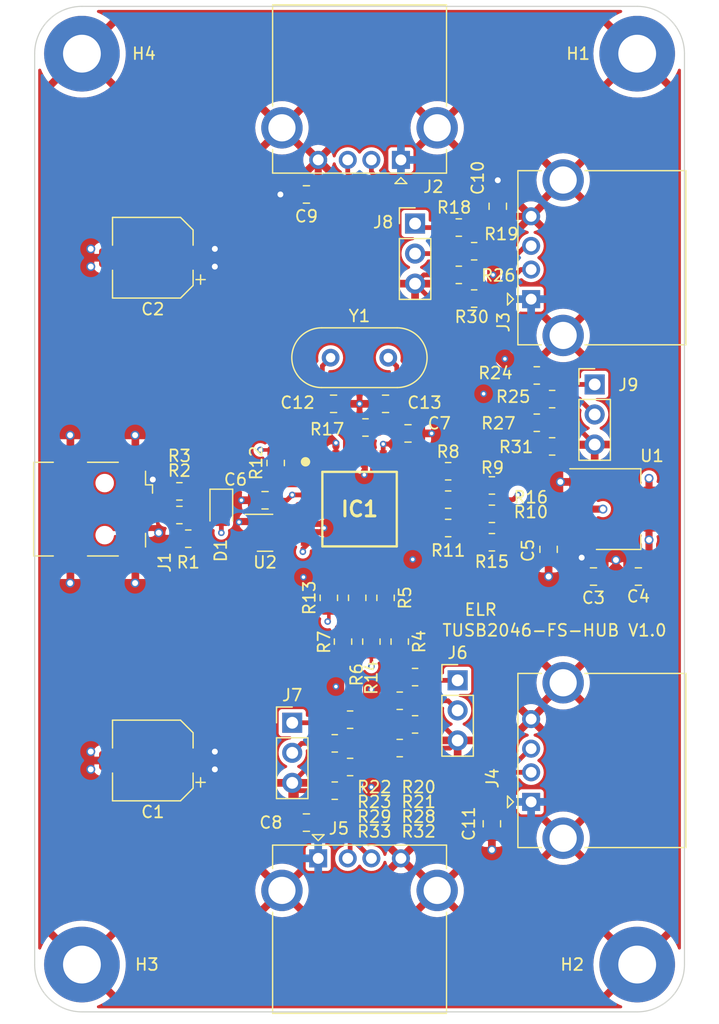
<source format=kicad_pcb>
(kicad_pcb (version 20211014) (generator pcbnew)
  (layers (0 "F.Cu" signal) (1 "In1.Cu" signal) (2 "In2.Cu" signal) (31 "B.Cu" signal) (34 "B.Paste" user) (35 "F.Paste" user) (36 "B.SilkS" user "B.Silkscreen") (37 "F.SilkS" user "F.Silkscreen") (38 "B.Mask" user) (39 "F.Mask" user) (44 "Edge.Cuts" user))
  (net 0 "")
  (net 8 "GND")
  (net 9 "+5V")
  (net 10 "+3V3")
  (net 11 "Net-(D1-Pad1)")
  (net 12 "Net-(J1-Pad3)")
  (net 13 "Net-(J1-Pad2)")
  (net 14 "Net-(J2-Pad3)")
  (net 15 "Net-(J2-Pad2)")
  (net 16 "Net-(J3-Pad3)")
  (net 17 "Net-(J3-Pad2)")
  (net 18 "Net-(J4-Pad3)")
  (net 19 "Net-(R5-Pad2)")
  (net 20 "Net-(J5-Pad3)")
  (net 21 "Net-(J5-Pad2)")
  (net 22 "/XTAL1")
  (net 23 "Net-(C13-Pad1)")
  (net 24 "/DP0_C")
  (net 25 "/DM0_C")
  (net 26 "Net-(IC1-Pad4)")
  (net 27 "/OC_1")
  (net 28 "/DM1_C")
  (net 29 "/DP1_C")
  (net 30 "/OC_2")
  (net 31 "/DM2_C")
  (net 32 "/DP2_C")
  (net 33 "/OC_3")
  (net 34 "/DM3_C")
  (net 35 "/DP3_C")
  (net 36 "/OC_4")
  (net 37 "/DM4_C")
  (net 38 "/DP4_C")
  (net 39 "/XTAL2")
  (net 40 "Net-(J6-Pad1)")
  (net 41 "Net-(J6-Pad2)")
  (net 42 "Net-(J7-Pad1)")
  (net 43 "Net-(J7-Pad2)")
  (net 44 "Net-(J8-Pad1)")
  (net 45 "Net-(J8-Pad2)")
  (net 46 "Net-(J9-Pad1)")
  (net 47 "Net-(J9-Pad2)")
  (footprint "Connector_USB:USB_A_CONNFLY_DS1095-WNR0" (layer "F.Cu") (at 149 122.0225)
    (fp_text reference "J5")
    (fp_text value "USB_A")
  )
  (footprint "Resistor_SMD:R_0805_2012Metric" (layer "F.Cu") (at 167.5 85.2 180)
    (fp_text reference "R27")
    (fp_text value "15k")
  )
  (footprint "Resistor_SMD:R_0805_2012Metric" (layer "F.Cu") (at 160 89.3)
    (fp_text reference "R8")
    (fp_text value "27")
  )
  (footprint "Resistor_SMD:R_0805_2012Metric" (layer "F.Cu") (at 145.4 88.6 90)
    (fp_text reference "R12")
    (fp_text value "1.5k")
  )
  (footprint "MountingHole:MountingHole_3.2mm_M3_Pad" (layer "F.Cu") (at 176 54)
    (fp_text reference "H1")
    (fp_text value "MountingHole_Pad")
  )
  (footprint "Package_TO_SOT_SMD:SOT-23" (layer "F.Cu") (at 144.5 94.5)
    (fp_text reference "U2")
    (fp_text value "LM809" hide)
  )
  (footprint "Resistor_SMD:R_0805_2012Metric" (layer "F.Cu") (at 138 95)
    (fp_text reference "R1")
    (fp_text value "560" hide)
  )
  (footprint "Capacitor_SMD:C_0805_2012Metric" (layer "F.Cu") (at 168.5 95.9 -90)
    (fp_text reference "C5")
    (fp_text value "0.1u")
  )
  (footprint "Capacitor_SMD:C_0805_2012Metric" (layer "F.Cu") (at 172.3 98.2)
    (fp_text reference "C3")
    (fp_text value "0.1u")
  )
  (footprint "MountingHole:MountingHole_3.2mm_M3_Pad" (layer "F.Cu") (at 129 54)
    (fp_text reference "H4")
    (fp_text value "MountingHole_Pad")
  )
  (footprint "Package_TO_SOT_SMD:SOT-223-3_TabPin2" (layer "F.Cu") (at 174.4 92.5)
    (fp_text reference "U1")
    (fp_text value "AMS1117-3.3")
  )
  (footprint "MountingHole:MountingHole_3.2mm_M3_Pad" (layer "F.Cu") (at 129 131)
    (fp_text reference "H3")
    (fp_text value "MountingHole_Pad")
  )
  (footprint "Capacitor_SMD:C_0805_2012Metric" (layer "F.Cu") (at 163.7 119.1 -90)
    (fp_text reference "C11")
    (fp_text value "0.1u")
  )
  (footprint "Crystal:Crystal_HC49-4H_Vertical" (layer "F.Cu") (at 150.05 79.7)
    (fp_text reference "Y1")
    (fp_text value "6MHz")
  )
  (footprint "Resistor_SMD:R_0805_2012Metric" (layer "F.Cu") (at 162.2 74.7)
    (fp_text reference "R30")
    (fp_text value "15k")
  )
  (footprint "Resistor_SMD:R_0805_2012Metric" (layer "F.Cu") (at 163.7 95.3 180)
    (fp_text reference "R15")
    (fp_text value "10k")
  )
  (footprint "Connector_USB:USB_A_CONNFLY_DS1095-WNR0" (layer "F.Cu") (at 167.0225 117.25 90)
    (fp_text reference "J4")
    (fp_text value "USB_A")
  )
  (footprint "MountingHole:MountingHole_3.2mm_M3_Pad" (layer "F.Cu") (at 176 131)
    (fp_text reference "H2")
    (fp_text value "MountingHole_Pad")
  )
  (footprint "Capacitor_SMD:C_0805_2012Metric" (layer "F.Cu") (at 154.7 83.6 180)
    (fp_text reference "C13")
    (fp_text value "27p")
  )
  (footprint "Resistor_SMD:R_0805_2012Metric" (layer "F.Cu") (at 160 94.1)
    (fp_text reference "R11")
    (fp_text value "27")
  )
  (footprint "Resistor_SMD:R_0805_2012Metric" (layer "F.Cu") (at 150.4 116.3)
    (fp_text reference "R33")
    (fp_text value "15k")
  )
  (footprint "Resistor_SMD:R_0805_2012Metric" (layer "F.Cu") (at 137.25 91)
    (fp_text reference "R3")
    (fp_text value "27" hide)
  )
  (footprint "Resistor_SMD:R_0805_2012Metric" (layer "F.Cu") (at 160.9 68.7 180)
    (fp_text reference "R18")
    (fp_text value "50")
  )
  (footprint "Resistor_SMD:R_0805_2012Metric" (layer "F.Cu") (at 137.25 93)
    (fp_text reference "R2")
    (fp_text value "27" hide)
  )
  (footprint "Resistor_SMD:R_0805_2012Metric" (layer "F.Cu") (at 155.9 112.7 180)
    (fp_text reference "R32")
    (fp_text value "15k")
  )
  (footprint "Connector_PinHeader_2.54mm:PinHeader_1x03_P2.54mm_Vertical" (layer "F.Cu") (at 160.8 106.975)
    (fp_text reference "J6")
    (fp_text value "Conn_01x03")
  )
  (footprint "Connector_USB:USB_A_CONNFLY_DS1095-WNR0" (layer "F.Cu") (at 156 62.9775 180)
    (fp_text reference "J2")
    (fp_text value "USB_A")
  )
  (footprint "Resistor_SMD:R_0805_2012Metric" (layer "F.Cu") (at 163.7 92.9)
    (fp_text reference "R10")
    (fp_text value "27")
  )
  (footprint "Connector_PinHeader_2.54mm:PinHeader_1x03_P2.54mm_Vertical" (layer "F.Cu") (at 146.8 110.56)
    (fp_text reference "J7")
    (fp_text value "Conn_01x03")
  )
  (footprint "Capacitor_SMD:CP_Elec_6.3x5.2" (layer "F.Cu") (at 135 71.25 180)
    (fp_text reference "C2")
    (fp_text value "100u")
  )
  (footprint "Resistor_SMD:R_0805_2012Metric" (layer "F.Cu") (at 154.7 100 -90)
    (fp_text reference "R5")
    (fp_text value "27")
  )
  (footprint "Resistor_SMD:R_0805_2012Metric" (layer "F.Cu") (at 163.7 90.5)
    (fp_text reference "R9")
    (fp_text value "27")
  )
  (footprint "LED_SMD:LED_0805_2012Metric" (layer "F.Cu") (at 140.8 92.5 -90)
    (fp_text reference "D1")
    (fp_text value "ORANGE" hide)
  )
  (footprint "Resistor_SMD:R_0805_2012Metric" (layer "F.Cu") (at 162.2 70.7 180)
    (fp_text reference "R19")
    (fp_text value "50")
  )
  (footprint "Capacitor_SMD:C_0805_2012Metric" (layer "F.Cu") (at 148 65.9)
    (fp_text reference "C9")
    (fp_text value "0.1u")
  )
  (footprint "Capacitor_SMD:C_0805_2012Metric" (layer "F.Cu") (at 156.6 86.1)
    (fp_text reference "C7")
    (fp_text value "0.1u")
  )
  (footprint "Resistor_SMD:R_0805_2012Metric" (layer "F.Cu") (at 152.3 100 -90)
    (fp_text reference "R6")
    (fp_text value "27")
  )
  (footprint "Capacitor_SMD:C_0805_2012Metric" (layer "F.Cu") (at 176.1 98.2 180)
    (fp_text reference "C4")
    (fp_text value "1u")
  )
  (footprint "Capacitor_SMD:C_0805_2012Metric" (layer "F.Cu") (at 150.3 83.6)
    (fp_text reference "C12")
    (fp_text value "27p")
  )
  (footprint "Resistor_SMD:R_0805_2012Metric" (layer "F.Cu") (at 160 91.7 180)
    (fp_text reference "R16")
    (fp_text value "10k")
  )
  (footprint "Resistor_SMD:R_0805_2012Metric" (layer "F.Cu") (at 157.2 110.7 180)
    (fp_text reference "R28")
    (fp_text value "15k")
  )
  (footprint "Capacitor_SMD:C_0805_2012Metric" (layer "F.Cu") (at 144.5 91.75 180)
    (fp_text reference "C6")
    (fp_text value "0.1u" hide)
  )
  (footprint "Capacitor_SMD:C_0805_2012Metric" (layer "F.Cu") (at 148 119 180)
    (fp_text reference "C8")
    (fp_text value "0.1u")
  )
  (footprint "SamacSys_Parts:QFP80P900X900X160-32N" (layer "F.Cu") (at 152.5 92.5)
    (fp_text reference "IC1")
    (fp_text value "TUSB2046BVFR" hide)
  )
  (footprint "Connector_USB:USB_Mini-B_Wuerth_65100516121_Horizontal" (layer "F.Cu") (at 130.925 92.5 -90)
    (fp_text reference "J1")
    (fp_text value "USB_B_Mini")
  )
  (footprint "Resistor_SMD:R_0805_2012Metric" (layer "F.Cu") (at 168.8 87.2 180)
    (fp_text reference "R31")
    (fp_text value "15k")
  )
  (footprint "Connector_USB:USB_A_CONNFLY_DS1095-WNR0" (layer "F.Cu") (at 167.0225 74.75 90)
    (fp_text reference "J3")
    (fp_text value "USB_A")
  )
  (footprint "Connector_PinHeader_2.54mm:PinHeader_1x03_P2.54mm_Vertical" (layer "F.Cu") (at 172.4 81.96)
    (fp_text reference "J9")
    (fp_text value "Conn_01x03")
  )
  (footprint "Resistor_SMD:R_0805_2012Metric" (layer "F.Cu") (at 168.8 83.2)
    (fp_text reference "R25")
    (fp_text value "50")
  )
  (footprint "Resistor_SMD:R_0805_2012Metric" (layer "F.Cu") (at 151.1 103.7 -90)
    (fp_text reference "R7")
    (fp_text value "27")
  )
  (footprint "Resistor_SMD:R_0805_2012Metric" (layer "F.Cu") (at 153.5 103.7 90)
    (fp_text reference "R14")
    (fp_text value "10k")
  )
  (footprint "Resistor_SMD:R_0805_2012Metric" (layer "F.Cu") (at 151.7 114.3)
    (fp_text reference "R29")
    (fp_text value "15k")
  )
  (footprint "Resistor_SMD:R_0805_2012Metric" (layer "F.Cu") (at 151.7 110.3)
    (fp_text reference "R22")
    (fp_text value "50")
  )
  (footprint "Resistor_SMD:R_0805_2012Metric" (layer "F.Cu") (at 160.9 72.7)
    (fp_text reference "R26")
    (fp_text value "15k")
  )
  (footprint "Capacitor_SMD:CP_Elec_6.3x5.2" (layer "F.Cu") (at 135 113.75 180)
    (fp_text reference "C1")
    (fp_text value "100u")
  )
  (footprint "Capacitor_SMD:C_0805_2012Metric" (layer "F.Cu") (at 164.2 66.9 -90)
    (fp_text reference "C10")
    (fp_text value "0.1u")
  )
  (footprint "Resistor_SMD:R_0805_2012Metric" (layer "F.Cu") (at 155.9 103.7 -90)
    (fp_text reference "R4")
    (fp_text value "27")
  )
  (footprint "Connector_PinHeader_2.54mm:PinHeader_1x03_P2.54mm_Vertical" (layer "F.Cu") (at 157.2 68.36)
    (fp_text reference "J8")
    (fp_text value "Conn_01x03")
  )
  (footprint "Resistor_SMD:R_0805_2012Metric" (layer "F.Cu") (at 149.9 100 90)
    (fp_text reference "R13")
    (fp_text value "10k")
  )
  (footprint "Resistor_SMD:R_0805_2012Metric" (layer "F.Cu") (at 167.5 81.2)
    (fp_text reference "R24")
    (fp_text value "50")
  )
  (footprint "Resistor_SMD:R_0805_2012Metric" (layer "F.Cu") (at 153 85.6 180)
    (fp_text reference "R17")
    (fp_text value "1.5k")
  )
  (footprint "Resistor_SMD:R_0805_2012Metric" (layer "F.Cu") (at 155.9 108.7 180)
    (fp_text reference "R21")
    (fp_text value "50")
  )
  (footprint "Resistor_SMD:R_0805_2012Metric" (layer "F.Cu") (at 150.4 112.3)
    (fp_text reference "R23")
    (fp_text value "50")
  )
  (footprint "Resistor_SMD:R_0805_2012Metric" (layer "F.Cu") (at 157.2 106.7 180)
    (fp_text reference "R20")
    (fp_text value "50")
  )
  (gr_line (start 180 131) (end 180 54) (layer "Edge.Cuts") (width 0.1))
  (gr_arc locked (start 176 50) (mid 178.828427 51.171573) (end 180 54) (layer "Edge.Cuts") (width 0.1))
  (gr_line (start 125 54) (end 125 131) (layer "Edge.Cuts") (width 0.1))
  (gr_line (start 129 135) (end 176 135) (layer "Edge.Cuts") (width 0.1))
  (gr_arc locked (start 125 54) (mid 126.171573 51.171573) (end 129 50) (layer "Edge.Cuts") (width 0.1))
  (gr_arc locked (start 129 135) (mid 126.171573 133.828427) (end 125 131) (layer "Edge.Cuts") (width 0.1))
  (gr_arc locked (start 180 131) (mid 178.828427 133.828427) (end 176 135) (layer "Edge.Cuts") (width 0.1))
  (gr_line (start 176 50) (end 129 50) (layer "Edge.Cuts") (width 0.1))
  (gr_text "TUSB2046-FS-HUB V1.0" (at 169 102.75) (layer "F.SilkS") (effects (font (size 1 1))))
  (gr_text "ELR" (at 162.75 101) (layer "F.SilkS") (effects (font (size 1 1))))
  (segment (start 137.0875 95) (end 136 95) (width 0.4) (layer "F.Cu") (net 8))
  (segment (start 172.24 87.2) (end 172.4 87.04) (width 0.4) (layer "F.Cu") (net 8))
  (segment (start 133.525 86.275) (end 133.5 86.25) (width 0.6) (layer "F.Cu") (net 8))
  (segment (start 159.9875 72.7) (end 157.94 72.7) (width 0.4) (layer "F.Cu") (net 8))
  (segment (start 153.7 89.2) (end 153.3 89.6) (width 0.4) (layer "F.Cu") (net 8))
  (segment (start 158.1125 110.7) (end 159.445 110.7) (width 0.4) (layer "F.Cu") (net 8))
  (segment (start 168.5 96.85) (end 168.5 98.2) (width 0.6) (layer "F.Cu") (net 8))
  (segment (start 135.1 94.1) (end 135.5 94.5) (width 0.4) (layer "F.Cu") (net 8))
  (segment (start 149 62.9775) (end 149 65.85) (width 0.6) (layer "F.Cu") (net 8))
  (segment (start 163.7 120.05) (end 163.7 121.3) (width 0.6) (layer "F.Cu") (net 8))
  (segment (start 174.2 97.25) (end 175.15 98.2) (width 0.6) (layer "F.Cu") (net 8))
  (segment (start 143.55 91.75) (end 142.5 91.75) (width 0.4) (layer "F.Cu") (net 8))
  (segment (start 174.2 97.25) (end 173.25 98.2) (width 0.6) (layer "F.Cu") (net 8))
  (segment (start 158.6 86.1) (end 157.55 86.1) (width 0.4) (layer "F.Cu") (net 8))
  (segment (start 161.2875 74.7) (end 158.46 74.7) (width 0.4) (layer "F.Cu") (net 8))
  (segment (start 170.56 85.2) (end 172.4 87.04) (width 0.4) (layer "F.Cu") (net 8))
  (segment (start 136 95) (end 135.5 94.5) (width 0.4) (layer "F.Cu") (net 8))
  (segment (start 147.05 115.89) (end 146.8 115.64) (width 0.6) (layer "F.Cu") (net 8))
  (segment (start 133.525 94.1) (end 135.1 94.1) (width 0.4) (layer "F.Cu") (net 8))
  (segment (start 128.025 96.9) (end 128.025 98.725) (width 0.6) (layer "F.Cu") (net 8))
  (segment (start 128.025 98.725) (end 128 98.75) (width 0.6) (layer "F.Cu") (net 8))
  (segment (start 147.46 116.3) (end 146.8 115.64) (width 0.4) (layer "F.Cu") (net 8))
  (segment (start 128.025 88.1) (end 128.025 86.275) (width 0.6) (layer "F.Cu") (net 8))
  (segment (start 129.75 113) (end 129.75 113.75) (width 0.6) (layer "F.Cu") (net 8))
  (segment (start 143.5625 93.55) (end 142.35 93.55) (width 0.4) (layer "F.Cu") (net 8))
  (segment (start 171.25 90.2) (end 169.5 90.2) (width 0.6) (layer "F.Cu") (net 8))
  (segment (start 129.75 113.75) (end 129.75 114.5) (width 0.6) (layer "F.Cu") (net 8))
  (segment (start 142.35 93.55) (end 142.3 93.6) (width 0.4) (layer "F.Cu") (net 8))
  (segment (start 156.8125 112.7) (end 160.155 112.7) (width 0.4) (layer "F.Cu") (net 8))
  (segment (start 132.2 113.75) (end 129.75 113.75) (width 0.6) (layer "F.Cu") (net 8))
  (segment (start 150.7875 114.3) (end 148.14 114.3) (width 0.4) (layer "F.Cu") (net 8))
  (segment (start 174.2 96.8) (end 174.2 97.25) (width 0.6) (layer "F.Cu") (net 8))
  (segment (start 153.3 89.6) (end 152.9 89.6) (width 0.4) (layer "F.Cu") (net 8))
  (segment (start 153.7 88.262) (end 153.7 89.2) (width 0.4) (layer "F.Cu") (net 8))
  (segment (start 149.1 93.7) (end 149.5 94.1) (width 0.4) (layer "F.Cu") (net 8))
  (segment (start 153.75 83.6) (end 152.5 83.6) (width 0.4) (layer "F.Cu") (net 8))
  (segment (start 149.1 94.5) (end 149.5 94.1) (width 0.4) (layer "F.Cu") (net 8))
  (segment (start 129.75 70.5) (end 129.75 71.25) (width 0.6) (layer "F.Cu") (net 8))
  (segment (start 150.5 88.262) (end 150.5 86.9) (width 0.4) (layer "F.Cu") (net 8))
  (segment (start 133.525 96.9) (end 133.525 98.725) (width 0.6) (layer "F.Cu") (net 8))
  (segment (start 157.94 72.7) (end 157.2 73.44) (width 0.4) (layer "F.Cu") (net 8))
  (segment (start 132.2 71.25) (end 129.75 71.25) (width 0.6) (layer "F.Cu") (net 8))
  (segment (start 167.0225 67.75) (end 164.3 67.75) (width 0.6) (layer "F.Cu") (net 8))
  (segment (start 158.46 74.7) (end 157.2 73.44) (width 0.4) (layer "F.Cu") (net 8))
  (segment (start 133.525 88.1) (end 133.525 86.275) (width 0.6) (layer "F.Cu") (net 8))
  (segment (start 128.025 86.275) (end 128 86.25) (width 0.6) (layer "F.Cu") (net 8))
  (segment (start 152.9 89.6) (end 152.9 88.262) (width 0.4) (layer "F.Cu") (net 8))
  (segment (start 148.262 94.5) (end 149.1 94.5) (width 0.4) (layer "F.Cu") (net 8))
  (segment (start 129.75 71.25) (end 129.75 72) (width 0.6) (layer "F.Cu") (net 8))
  (segment (start 147.05 119) (end 147.05 115.89) (width 0.6) (layer "F.Cu") (net 8))
  (segment (start 159.445 110.7) (end 160.8 112.055) (width 0.4) (layer "F.Cu") (net 8))
  (segment (start 151.25 83.6) (end 152.5 83.6) (width 0.4) (layer "F.Cu") (net 8))
  (segment (start 168.4125 85.2) (end 170.56 85.2) (width 0.4) (layer "F.Cu") (net 8))
  (segment (start 148.14 114.3) (end 146.8 115.64) (width 0.4) (layer "F.Cu") (net 8))
  (segment (start 149 65.85) (end 148.95 65.9) (width 0.6) (layer "F.Cu") (net 8))
  (segment (start 133.525 98.725) (end 133.5 98.75) (width 0.6) (layer "F.Cu") (net 8))
  (segment (start 160.155 112.7) (end 160.8 112.055) (width 0.4) (layer "F.Cu") (net 8))
  (segment (start 164.3 67.75) (end 164.2 67.85) (width 0.6) (layer "F.Cu") (net 8))
  (segment (start 149.4875 116.3) (end 147.46 116.3) (width 0.4) (layer "F.Cu") (net 8))
  (segment (start 148.262 93.7) (end 149.1 93.7) (width 0.4) (layer "F.Cu") (net 8))
  (segment (start 169.7125 87.2) (end 172.24 87.2) (width 0.4) (layer "F.Cu") (net 8))
  (via (at 129.75 114.5) (size 0.76) (drill 0.5) (layers "F.Cu" "B.Cu") (net 8))
  (via (at 174.2 96.8) (size 0.76) (drill 0.5) (layers "F.Cu" "B.Cu") (net 8))
  (via (at 163.8 72.7) (size 0.56) (drill 0.3) (layers "F.Cu" "B.Cu") (net 8))
  (via (at 135.5 94.5) (size 0.76) (drill 0.5) (layers "F.Cu" "B.Cu") (net 8))
  (via (at 142.3 93.6) (size 0.56) (drill 0.3) (layers "F.Cu" "B.Cu") (net 8))
  (via (at 147.75 98.25) (size 0.56) (drill 0.3) (layers "F.Cu" "B.Cu") (net 8))
  (via (at 157 96.75) (size 0.56) (drill 0.3) (layers "F.Cu" "B.Cu") (net 8))
  (via (at 149.5 94.1) (size 0.56) (drill 0.3) (layers "F.Cu" "B.Cu") (net 8))
  (via (at 129.75 113) (size 0.76) (drill 0.5) (layers "F.Cu" "B.Cu") (net 8))
  (via (at 133.5 86.25) (size 0.76) (drill 0.5) (layers "F.Cu" "B.Cu") (net 8))
  (via (at 163.7 121.3) (size 0.76) (drill 0.5) (layers "F.Cu" "B.Cu") (net 8))
  (via (at 153.5 116) (size 0.56) (drill 0.3) (layers "F.Cu" "B.Cu") (net 8))
  (via (at 153.5 107.75) (size 0.56) (drill 0.3) (layers "F.Cu" "B.Cu") (net 8))
  (via (at 152.5 83.6) (size 0.56) (drill 0.3) (layers "F.Cu" "B.Cu") (net 8))
  (via (at 163 82.75) (size 0.56) (drill 0.3) (layers "F.Cu" "B.Cu") (net 8))
  (via (at 169.5 90.2) (size 0.76) (drill 0.5) (layers "F.Cu" "B.Cu") (net 8))
  (via (at 128 98.75) (size 0.76) (drill 0.5) (layers "F.Cu" "B.Cu") (net 8))
  (via (at 129.75 70.5) (size 0.76) (drill 0.5) (layers "F.Cu" "B.Cu") (net 8))
  (via (at 150.5 107.5) (size 0.56) (drill 0.3) (layers "F.Cu" "B.Cu") (net 8))
  (via (at 128 86.25) (size 0.76) (drill 0.5) (layers "F.Cu" "B.Cu") (net 8))
  (via (at 168.5 98.2) (size 0.76) (drill 0.5) (layers "F.Cu" "B.Cu") (net 8))
  (via (at 158.6 86.1) (size 0.56) (drill 0.3) (layers "F.Cu" "B.Cu") (net 8))
  (via (at 142.5 91.75) (size 0.56) (drill 0.3) (layers "F.Cu" "B.Cu") (net 8))
  (via (at 152.9 89.6) (size 0.56) (drill 0.3) (layers "F.Cu" "B.Cu") (net 8))
  (via (at 150.5 86.9) (size 0.56) (drill 0.3) (layers "F.Cu" "B.Cu") (net 8))
  (via (at 133.5 98.75) (size 0.76) (drill 0.5) (layers "F.Cu" "B.Cu") (net 8))
  (via (at 129.75 72) (size 0.76) (drill 0.5) (layers "F.Cu" "B.Cu") (net 8))
  (via (at 164.8 79.8) (size 0.56) (drill 0.3) (layers "F.Cu" "B.Cu") (net 8))
  (segment (start 149 122.0225) (end 149 119.05) (width 0.6) (layer "F.Cu") (net 9))
  (segment (start 140.25 71.25) (end 140.25 72) (width 0.6) (layer "F.Cu") (net 9))
  (segment (start 171.25 94.8) (end 171.25 96.55) (width 0.6) (layer "F.Cu") (net 9))
  (segment (start 171.35 96.65) (end 171.3 96.6) (width 0.6) (layer "F.Cu") (net 9))
  (segment (start 137.8 113.75) (end 140.25 113.75) (width 0.6) (layer "F.Cu") (net 9))
  (segment (start 140.25 113.75) (end 140.25 114.5) (width 0.6) (layer "F.Cu") (net 9))
  (segment (start 171.25 96.55) (end 171.3 96.6) (width 0.6) (layer "F.Cu") (net 9))
  (segment (start 163.7 118.15) (end 164.6 117.25) (width 0.6) (layer "F.Cu") (net 9))
  (segment (start 171.35 98.2) (end 171.35 96.65) (width 0.6) (layer "F.Cu") (net 9))
  (segment (start 164.6 117.25) (end 167.0225 117.25) (width 0.6) (layer "F.Cu") (net 9))
  (segment (start 149 119.05) (end 148.95 119) (width 0.6) (layer "F.Cu") (net 9))
  (segment (start 164.2 65.95) (end 164.2 64.7) (width 0.6) (layer "F.Cu") (net 9))
  (segment (start 140.25 113) (end 140.25 113.75) (width 0.6) (layer "F.Cu") (net 9))
  (segment (start 140.25 70.5) (end 140.25 71.25) (width 0.6) (layer "F.Cu") (net 9))
  (segment (start 134.1 90.9) (end 135 90) (width 0.4) (layer "F.Cu") (net 9))
  (segment (start 147.05 65.9) (end 145.8 65.9) (width 0.6) (layer "F.Cu") (net 9))
  (segment (start 137.8 71.25) (end 140.25 71.25) (width 0.6) (layer "F.Cu") (net 9))
  (segment (start 133.525 90.9) (end 134.1 90.9) (width 0.4) (layer "F.Cu") (net 9))
  (via (at 164.2 64.7) (size 0.76) (drill 0.5) (layers "F.Cu" "B.Cu") (net 9))
  (via (at 140.25 72) (size 0.76) (drill 0.5) (layers "F.Cu" "B.Cu") (net 9))
  (via (at 140.25 114.5) (size 0.76) (drill 0.5) (layers "F.Cu" "B.Cu") (net 9))
  (via (at 171.3 96.6) (size 0.76) (drill 0.5) (layers "F.Cu" "B.Cu") (net 9))
  (via (at 135 90) (size 0.76) (drill 0.5) (layers "F.Cu" "B.Cu") (net 9))
  (via (at 145.8 65.9) (size 0.76) (drill 0.5) (layers "F.Cu" "B.Cu") (net 9))
  (via (at 140.25 113) (size 0.76) (drill 0.5) (layers "F.Cu" "B.Cu") (net 9))
  (via (at 140.25 70.5) (size 0.76) (drill 0.5) (layers "F.Cu" "B.Cu") (net 9))
  (segment (start 153.5 104.6125) (end 153.5 105.8) (width 0.3) (layer "F.Cu") (net 10))
  (segment (start 165.5 91.7) (end 165.9 91.3) (width 0.4) (layer "F.Cu") (net 10))
  (segment (start 154.5 88.262) (end 154.5 87) (width 0.4) (layer "F.Cu") (net 10))
  (segment (start 154.5 87) (end 155 87) (width 0.4) (layer "F.Cu") (net 10))
  (segment (start 149.9 100.9125) (end 149.9 101.9) (width 0.3) (layer "F.Cu") (net 10))
  (segment (start 148.262 91.3) (end 146.8 91.3) (width 0.4) (layer "F.Cu") (net 10))
  (segment (start 155 87) (end 155.3 87.3) (width 0.4) (layer "F.Cu") (net 10))
  (segment (start 177 95.1) (end 177 93.05) (width 0.6) (layer "F.Cu") (net 10))
  (segment (start 171.25 92.5) (end 173.1 92.5) (width 0.6) (layer "F.Cu") (net 10))
  (segment (start 145.4375 91.7625) (end 145.45 91.75) (width 0.4) (layer "F.Cu") (net 10))
  (segment (start 146.35 91.75) (end 146.8 91.3) (width 0.4) (layer "F.Cu") (net 10))
  (segment (start 177 95.1) (end 177 98.15) (width 0.6) (layer "F.Cu") (net 10))
  (segment (start 155.65 86.1) (end 155.65 86.35) (width 0.4) (layer "F.Cu") (net 10))
  (segment (start 145.4375 94.5) (end 145.4375 91.7625) (width 0.4) (layer "F.Cu") (net 10))
  (segment (start 147.7 95.862) (end 148.262 95.3) (width 0.4) (layer "F.Cu") (net 10))
  (segment (start 145.45 91.75) (end 146.35 91.75) (width 0.4) (layer "F.Cu") (net 10))
  (segment (start 155.65 86.35) (end 155 87) (width 0.4) (layer "F.Cu") (net 10))
  (segment (start 170 92.5) (end 168.5 94) (width 0.6) (layer "F.Cu") (net 10))
  (segment (start 171.25 92.5) (end 170 92.5) (width 0.6) (layer "F.Cu") (net 10))
  (segment (start 177 91.95) (end 177.55 92.5) (width 0.6) (layer "F.Cu") (net 10))
  (segment (start 160.9125 91.7) (end 165.5 91.7) (width 0.4) (layer "F.Cu") (net 10))
  (segment (start 144.1 87.5) (end 145.2125 87.5) (width 0.3) (layer "F.Cu") (net 10))
  (segment (start 168.5 94) (end 168.5 94.95) (width 0.6) (layer "F.Cu") (net 10))
  (segment (start 140.8 93.4375) (end 140.8 94.5) (width 0.4) (layer "F.Cu") (net 10))
  (segment (start 145.2125 87.5) (end 145.4 87.6875) (width 0.3) (layer "F.Cu") (net 10))
  (segment (start 168.15 95.3) (end 168.5 94.95) (width 0.4) (layer "F.Cu") (net 10))
  (segment (start 155.3 87.3) (end 155.3 88.262) (width 0.4) (layer "F.Cu") (net 10))
  (segment (start 164.6125 95.3) (end 168.15 95.3) (width 0.4) (layer "F.Cu") (net 10))
  (segment (start 177 98.15) (end 177.05 98.2) (width 0.6) (layer "F.Cu") (net 10))
  (segment (start 177 93.05) (end 177.55 92.5) (width 0.6) (layer "F.Cu") (net 10))
  (segment (start 147.7 96.1) (end 147.7 95.862) (width 0.4) (layer "F.Cu") (net 10))
  (segment (start 149.9 101.9) (end 149.8 102) (width 0.3) (layer "F.Cu") (net 10))
  (segment (start 177 89.9) (end 177 91.95) (width 0.6) (layer "F.Cu") (net 10))
  (via (at 146.8 91.3) (size 0.56) (drill 0.3) (layers "F.Cu" "B.Cu") (net 10))
  (via (at 177 95.1) (size 0.76) (drill 0.5) (layers "F.Cu" "B.Cu") (net 10))
  (via (at 173.1 92.5) (size 0.76) (drill 0.5) (layers "F.Cu" "B.Cu") (net 10))
  (via (at 153.5 105.8) (size 0.56) (drill 0.3) (layers "F.Cu" "B.Cu") (net 10))
  (via (at 165.9 91.3) (size 0.56) (drill 0.3) (layers "F.Cu" "B.Cu") (net 10))
  (via (at 144.1 87.5) (size 0.56) (drill 0.3) (layers "F.Cu" "B.Cu") (net 10))
  (via (at 149.8 102) (size 0.56) (drill 0.3) (layers "F.Cu" "B.Cu") (net 10))
  (via (at 140.8 94.5) (size 0.56) (drill 0.3) (layers "F.Cu" "B.Cu") (net 10))
  (via (at 147.7 96.1) (size 0.56) (drill 0.3) (layers "F.Cu" "B.Cu") (net 10))
  (via (at 154.5 87) (size 0.56) (drill 0.3) (layers "F.Cu" "B.Cu") (net 10))
  (via (at 177 89.9) (size 0.76) (drill 0.5) (layers "F.Cu" "B.Cu") (net 10))
  (segment (start 139.4 92) (end 139.4 94.5125) (width 0.4) (layer "F.Cu") (net 11))
  (segment (start 140.8 91.5625) (end 139.8375 91.5625) (width 0.4) (layer "F.Cu") (net 11))
  (segment (start 139.4 94.5125) (end 138.9125 95) (width 0.4) (layer "F.Cu") (net 11))
  (segment (start 139.8375 91.5625) (end 139.4 92) (width 0.4) (layer "F.Cu") (net 11))
  (segment (start 135.8375 92.5) (end 136.3375 93) (width 0.4) (layer "F.Cu") (net 12))
  (segment (start 133.525 92.5) (end 135.8375 92.5) (width 0.4) (layer "F.Cu") (net 12))
  (segment (start 133.525 91.7) (end 135.6375 91.7) (width 0.4) (layer "F.Cu") (net 13))
  (segment (start 135.6375 91.7) (end 136.3375 91) (width 0.4) (layer "F.Cu") (net 13))
  (segment (start 152.89952 65.49952) (end 151.5 64.1) (width 0.4) (layer "F.Cu") (net 14))
  (segment (start 161.8125 72.7) (end 162.2 72.7) (width 0.3) (layer "F.Cu") (net 14))
  (segment (start 162.2 68.7) (end 162.2 67.5) (width 0.4) (layer "F.Cu") (net 14))
  (segment (start 164.6 82.14785) (end 162.2 79.74785) (width 0.4) (layer "F.Cu") (net 14))
  (segment (start 161.8125 68.7) (end 162.2 68.7) (width 0.3) (layer "F.Cu") (net 14))
  (segment (start 160.19952 65.49952) (end 152.89952 65.49952) (width 0.4) (layer "F.Cu") (net 14))
  (segment (start 162.2 67.5) (end 160.19952 65.49952) (width 0.4) (layer "F.Cu") (net 14))
  (segment (start 163.9 89.3) (end 164.6 88.6) (width 0.4) (layer "F.Cu") (net 14))
  (segment (start 160.9125 89.3) (end 163.9 89.3) (width 0.4) (layer "F.Cu") (net 14))
  (segment (start 162.2 72.7) (end 162.2 68.7) (width 0.4) (layer "F.Cu") (net 14))
  (segment (start 151.5 64.1) (end 151.5 62.9775) (width 0.4) (layer "F.Cu") (net 14))
  (segment (start 164.6 88.6) (end 164.6 82.14785) (width 0.4) (layer "F.Cu") (net 14))
  (segment (start 162.2 79.74785) (end 162.2 72.7) (width 0.4) (layer "F.Cu") (net 14))
  (segment (start 153.5 64) (end 153.5 62.9775) (width 0.4) (layer "F.Cu") (net 15))
  (segment (start 154.4 64.9) (end 153.5 64) (width 0.4) (layer "F.Cu") (net 15))
  (segment (start 162.8 74.7) (end 162.79952 74.69952) (width 0.3) (layer "F.Cu") (net 15))
  (segment (start 162.8 70.7) (end 162.79952 70.69952) (width 0.3) (layer "F.Cu") (net 15))
  (segment (start 163.1125 70.7) (end 162.8 70.7) (width 0.3) (layer "F.Cu") (net 15))
  (segment (start 162.79952 74.69952) (end 162.79952 70.69952) (width 0.4) (layer "F.Cu") (net 15))
  (segment (start 162.79952 67.251671) (end 160.44785 64.9) (width 0.4) (layer "F.Cu") (net 15))
  (segment (start 164.6125 90.5) (end 164.6125 90.2875) (width 0.4) (layer "F.Cu") (net 15))
  (segment (start 162.79952 79.49952) (end 162.79952 74.69952) (width 0.4) (layer "F.Cu") (net 15))
  (segment (start 165.3 89.6) (end 165.3 82) (width 0.4) (layer "F.Cu") (net 15))
  (segment (start 160.44785 64.9) (end 154.4 64.9) (width 0.4) (layer "F.Cu") (net 15))
  (segment (start 162.79952 70.69952) (end 162.79952 67.251671) (width 0.4) (layer "F.Cu") (net 15))
  (segment (start 165.3 82) (end 162.79952 79.49952) (width 0.4) (layer "F.Cu") (net 15))
  (segment (start 164.6125 90.2875) (end 165.3 89.6) (width 0.4) (layer "F.Cu") (net 15))
  (segment (start 163.1125 74.7) (end 162.8 74.7) (width 0.3) (layer "F.Cu") (net 15))
  (segment (start 166.9 85.2) (end 166.90048 85.20048) (width 0.3) (layer "F.Cu") (net 16))
  (segment (start 164.90048 71.89952) (end 164.90048 78.10048) (width 0.4) (layer "F.Cu") (net 16))
  (segment (start 166.5875 85.2) (end 166.9 85.2) (width 0.3) (layer "F.Cu") (net 16))
  (segment (start 165.8 92.9) (end 164.6125 92.9) (width 0.4) (layer "F.Cu") (net 16))
  (segment (start 166.90048 85.20048) (end 166.90048 91.79952) (width 0.4) (layer "F.Cu") (net 16))
  (segment (start 166.90048 81.20048) (end 166.90048 85.20048) (width 0.4) (layer "F.Cu") (net 16))
  (segment (start 166.55 70.25) (end 164.90048 71.89952) (width 0.4) (layer "F.Cu") (net 16))
  (segment (start 166.90048 80.10048) (end 166.90048 81.20048) (width 0.4) (layer "F.Cu") (net 16))
  (segment (start 167.0225 70.25) (end 166.55 70.25) (width 0.4) (layer "F.Cu") (net 16))
  (segment (start 164.90048 78.10048) (end 166.90048 80.10048) (width 0.4) (layer "F.Cu") (net 16))
  (segment (start 166.90048 91.79952) (end 165.8 92.9) (width 0.4) (layer "F.Cu") (net 16))
  (segment (start 166.5875 81.2) (end 166.9 81.2) (width 0.3) (layer "F.Cu") (net 16))
  (segment (start 166.9 81.2) (end 166.90048 81.20048) (width 0.3) (layer "F.Cu") (net 16))
  (segment (start 165.5 72.9) (end 165.5 77.8) (width 0.4) (layer "F.Cu") (net 17))
  (segment (start 165.44785 94.1) (end 160.9125 94.1) (width 0.4) (layer "F.Cu") (net 17))
  (segment (start 167.8875 87.2) (end 167.5 87.2) (width 0.3) (layer "F.Cu") (net 17))
  (segment (start 167.5 83.2) (end 167.5 87.2) (width 0.4) (layer "F.Cu") (net 17))
  (segment (start 167.8875 83.2) (end 167.5 83.2) (width 0.3) (layer "F.Cu") (net 17))
  (segment (start 167.5 92.04785) (end 165.44785 94.1) (width 0.4) (layer "F.Cu") (net 17))
  (segment (start 165.5 77.8) (end 167.5 79.8) (width 0.4) (layer "F.Cu") (net 17))
  (segment (start 167.0225 72.25) (end 166.15 72.25) (width 0.4) (layer "F.Cu") (net 17))
  (segment (start 166.15 72.25) (end 165.5 72.9) (width 0.4) (layer "F.Cu") (net 17))
  (segment (start 167.5 79.8) (end 167.5 83.2) (width 0.4) (layer "F.Cu") (net 17))
  (segment (start 167.5 87.2) (end 167.5 92.04785) (width 0.4) (layer "F.Cu") (net 17))
  (segment (start 163.45215 115.3) (end 164.601671 114.15048) (width 0.4) (layer "F.Cu") (net 18))
  (segment (start 155.9 104.6125) (end 155.9 114.1) (width 0.4) (layer "F.Cu") (net 18))
  (segment (start 164.601671 114.15048) (end 165.54952 114.15048) (width 0.4) (layer "F.Cu") (net 18))
  (segment (start 155.9 114.1) (end 157.1 115.3) (width 0.4) (layer "F.Cu") (net 18))
  (segment (start 166.95 112.75) (end 167.0225 112.75) (width 0.4) (layer "F.Cu") (net 18))
  (segment (start 165.54952 114.15048) (end 166.95 112.75) (width 0.4) (layer "F.Cu") (net 18))
  (segment (start 157.1 115.3) (end 163.45215 115.3) (width 0.4) (layer "F.Cu") (net 18))
  (segment (start 163.700479 115.89952) (end 164.85 114.75) (width 0.4) (layer "F.Cu") (net 19))
  (segment (start 164.85 114.75) (end 167.0225 114.75) (width 0.4) (layer "F.Cu") (net 19))
  (segment (start 155.30048 105.644039) (end 155.3 105.644519) (width 0.4) (layer "F.Cu") (net 19))
  (segment (start 154.7 105.043559) (end 155.30048 105.644039) (width 0.4) (layer "F.Cu") (net 19))
  (segment (start 155.3 114.5) (end 156.69952 115.89952) (width 0.4) (layer "F.Cu") (net 19))
  (segment (start 156.69952 115.89952) (end 163.700479 115.89952) (width 0.4) (layer "F.Cu") (net 19))
  (segment (start 155.3 105.644519) (end 155.3 114.5) (width 0.4) (layer "F.Cu") (net 19))
  (segment (start 154.7 100.9125) (end 154.7 105.043559) (width 0.4) (layer "F.Cu") (net 19))
  (segment (start 152.3 110.3) (end 152.3 114.3) (width 0.4) (layer "F.Cu") (net 20))
  (segment (start 152.6125 110.3) (end 152.3 110.3) (width 0.3) (layer "F.Cu") (net 20))
  (segment (start 152.3 114.3) (end 152.3 120.8225) (width 0.4) (layer "F.Cu") (net 20))
  (segment (start 152.6125 114.3) (end 152.3 114.3) (width 0.3) (layer "F.Cu") (net 20))
  (segment (start 152.3 120.8225) (end 153.5 122.0225) (width 0.4) (layer "F.Cu") (net 20))
  (segment (start 152.3 100.9125) (end 152.3 110.3) (width 0.4) (layer "F.Cu") (net 20))
  (segment (start 151.1 104.6125) (end 151.70048 105.21298) (width 0.4) (layer "F.Cu") (net 21))
  (segment (start 151.70048 105.21298) (end 151.70048 112.29952) (width 0.4) (layer "F.Cu") (net 21))
  (segment (start 151.70048 116.29952) (end 151.70048 121.82202) (width 0.4) (layer "F.Cu") (net 21))
  (segment (start 151.70048 121.82202) (end 151.5 122.0225) (width 0.4) (layer "F.Cu") (net 21))
  (segment (start 151.7 116.3) (end 151.70048 116.29952) (width 0.3) (layer "F.Cu") (net 21))
  (segment (start 151.70048 112.29952) (end 151.70048 116.29952) (width 0.4) (layer "F.Cu") (net 21))
  (segment (start 151.7 112.3) (end 151.70048 112.29952) (width 0.3) (layer "F.Cu") (net 21))
  (segment (start 151.3125 116.3) (end 151.7 116.3) (width 0.3) (layer "F.Cu") (net 21))
  (segment (start 151.3125 112.3) (end 151.7 112.3) (width 0.3) (layer "F.Cu") (net 21))
  (segment (start 149.5 83.75) (end 149.35 83.6) (width 0.4) (layer "F.Cu") (net 22))
  (segment (start 151.3 88.262) (end 151.3 86.6) (width 0.4) (layer "F.Cu") (net 22))
  (segment (start 149.35 83.6) (end 149.35 80.4) (width 0.4) (layer "F.Cu") (net 22))
  (segment (start 149.35 80.4) (end 150.05 79.7) (width 0.4) (layer "F.Cu") (net 22))
  (segment (start 149.5 84.8) (end 149.5 83.75) (width 0.4) (layer "F.Cu") (net 22))
  (segment (start 151.3 86.6) (end 149.5 84.8) (width 0.4) (layer "F.Cu") (net 22))
  (segment (start 153.9125 85.3375) (end 155.65 83.6) (width 0.4) (layer "F.Cu") (net 23))
  (segment (start 155.65 83.6) (end 155.65 80.42) (width 0.4) (layer "F.Cu") (net 23))
  (segment (start 155.65 80.42) (end 154.93 79.7) (width 0.4) (layer "F.Cu") (net 23))
  (segment (start 153.9125 85.6) (end 153.9125 85.3375) (width 0.4) (layer "F.Cu") (net 23))
  (segment (start 137.30048 90.19952) (end 137.8 89.7) (width 0.3) (layer "F.Cu") (net 24))
  (segment (start 138.1625 93) (end 137.30048 92.13798) (width 0.3) (layer "F.Cu") (net 24))
  (segment (start 137.30048 92.13798) (end 137.30048 90.19952) (width 0.3) (layer "F.Cu") (net 24))
  (segment (start 145.4 89.7) (end 148.262 89.7) (width 0.3) (layer "F.Cu") (net 24))
  (segment (start 145.4 89.5125) (end 145.4 89.7) (width 0.3) (layer "F.Cu") (net 24))
  (segment (start 137.8 89.7) (end 145.4 89.7) (width 0.3) (layer "F.Cu") (net 24))
  (segment (start 138.6625 90.5) (end 138.1625 91) (width 0.3) (layer "F.Cu") (net 25))
  (segment (start 148.262 90.5) (end 138.6625 90.5) (width 0.3) (layer "F.Cu") (net 25))
  (segment (start 147.3 92.1) (end 148.262 92.1) (width 0.4) (layer "F.Cu") (net 26))
  (segment (start 143.5625 95.45) (end 146.45 95.45) (width 0.4) (layer "F.Cu") (net 26))
  (segment (start 146.8 92.6) (end 147.3 92.1) (width 0.4) (layer "F.Cu") (net 26))
  (segment (start 146.45 95.45) (end 146.8 95.1) (width 0.4) (layer "F.Cu") (net 26))
  (segment (start 146.8 95.1) (end 146.8 92.6) (width 0.4) (layer "F.Cu") (net 26))
  (segment (start 150.5 96.738) (end 150.5 98.4875) (width 0.4) (layer "F.Cu") (net 27))
  (segment (start 150.5 98.4875) (end 149.9 99.0875) (width 0.4) (layer "F.Cu") (net 27))
  (segment (start 151.3 98.29952) (end 151.1 98.49952) (width 0.4) (layer "F.Cu") (net 28))
  (segment (start 151.3 96.738) (end 151.3 98.29952) (width 0.4) (layer "F.Cu") (net 28))
  (segment (start 151.1 98.49952) (end 151.1 102.7875) (width 0.4) (layer "F.Cu") (net 28))
  (segment (start 152.1 98.8875) (end 152.3 99.0875) (width 0.4) (layer "F.Cu") (net 29))
  (segment (start 152.1 96.738) (end 152.1 98.8875) (width 0.4) (layer "F.Cu") (net 29))
  (segment (start 153.5 98.59952) (end 153.5 102.7875) (width 0.4) (layer "F.Cu") (net 30))
  (segment (start 153.7 98.39952) (end 153.5 98.59952) (width 0.4) (layer "F.Cu") (net 30))
  (segment (start 153.7 96.738) (end 153.7 98.39952) (width 0.4) (layer "F.Cu") (net 30))
  (segment (start 154.5 96.738) (end 154.5 98.8875) (width 0.4) (layer "F.Cu") (net 31))
  (segment (start 154.5 98.8875) (end 154.7 99.0875) (width 0.4) (layer "F.Cu") (net 31))
  (segment (start 155.3 96.738) (end 155.79952 97.23752) (width 0.4) (layer "F.Cu") (net 32))
  (segment (start 155.79952 97.23752) (end 155.79952 102.68702) (width 0.4) (layer "F.Cu") (net 32))
  (segment (start 155.79952 102.68702) (end 155.9 102.7875) (width 0.4) (layer "F.Cu") (net 32))
  (segment (start 158.574522 95.3) (end 162.7875 95.3) (width 0.4) (layer "F.Cu") (net 33))
  (segment (start 157.774522 94.5) (end 158.574522 95.3) (width 0.4) (layer "F.Cu") (net 33))
  (segment (start 156.738 94.5) (end 157.774522 94.5) (width 0.4) (layer "F.Cu") (net 33))
  (segment (start 158.6875 93.7) (end 159.0875 94.1) (width 0.4) (layer "F.Cu") (net 34))
  (segment (start 156.738 93.7) (end 158.6875 93.7) (width 0.4) (layer "F.Cu") (net 34))
  (segment (start 156.738 92.9) (end 162.7875 92.9) (width 0.4) (layer "F.Cu") (net 35))
  (segment (start 158.6875 91.3) (end 159.0875 91.7) (width 0.4) (layer "F.Cu") (net 36))
  (segment (start 156.738 91.3) (end 158.6875 91.3) (width 0.4) (layer "F.Cu") (net 36))
  (segment (start 156.738 90.5) (end 162.7875 90.5) (width 0.4) (layer "F.Cu") (net 37))
  (segment (start 156.738 89.7) (end 158.6875 89.7) (width 0.4) (layer "F.Cu") (net 38))
  (segment (start 158.6875 89.7) (end 159.0875 89.3) (width 0.4) (layer "F.Cu") (net 38))
  (segment (start 152.1 88.262) (end 152.1 85.6125) (width 0.4) (layer "F.Cu") (net 39))
  (segment (start 152.1 85.6125) (end 152.0875 85.6) (width 0.4) (layer "F.Cu") (net 39))
  (segment (start 160.8 106.975) (end 158.3875 106.975) (width 0.4) (layer "F.Cu") (net 40))
  (segment (start 158.3875 106.975) (end 158.1125 106.7) (width 0.4) (layer "F.Cu") (net 40))
  (segment (start 156.8125 108.7) (end 159.985 108.7) (width 0.4) (layer "F.Cu") (net 41))
  (segment (start 159.985 108.7) (end 160.8 109.515) (width 0.4) (layer "F.Cu") (net 41))
  (segment (start 150.5275 110.56) (end 146.8 110.56) (width 0.4) (layer "F.Cu") (net 42))
  (segment (start 150.7875 110.3) (end 150.5275 110.56) (width 0.4) (layer "F.Cu") (net 42))
  (segment (start 147.6 112.3) (end 146.8 113.1) (width 0.4) (layer "F.Cu") (net 43))
  (segment (start 149.4875 112.3) (end 147.6 112.3) (width 0.4) (layer "F.Cu") (net 43))
  (segment (start 159.9875 68.7) (end 157.54 68.7) (width 0.4) (layer "F.Cu") (net 44))
  (segment (start 157.54 68.7) (end 157.2 68.36) (width 0.4) (layer "F.Cu") (net 44))
  (segment (start 161.0875 70.9) (end 157.2 70.9) (width 0.4) (layer "F.Cu") (net 45))
  (segment (start 161.2875 70.7) (end 161.0875 70.9) (width 0.4) (layer "F.Cu") (net 45))
  (segment (start 169.1725 81.96) (end 172.4 81.96) (width 0.4) (layer "F.Cu") (net 46))
  (segment (start 168.4125 81.2) (end 169.1725 81.96) (width 0.4) (layer "F.Cu") (net 46))
  (segment (start 171.1 83.2) (end 172.4 84.5) (width 0.4) (layer "F.Cu") (net 47))
  (segment (start 169.7125 83.2) (end 171.1 83.2) (width 0.4) (layer "F.Cu") (net 47))
  (zone (net 8) (net_name "GND") (layer "F.Cu") (connect_pads (clearance 0.3)) (min_thickness 0.254) (fill yes (thermal_gap 0.508) (thermal_bridge_width 0.65))
    (polygon (pts (xy 180 135) (xy 125 135) (xy 125 50) (xy 180 50)))
  )
  (zone (net 9) (net_name "+5V") (layer "B.Cu") (connect_pads (clearance 0.508)) (min_thickness 0.254) (fill yes (thermal_gap 0.508) (thermal_bridge_width 0.65))
    (polygon (pts (xy 180 135) (xy 125 135) (xy 125 50) (xy 180 50)))
  )
)
</source>
